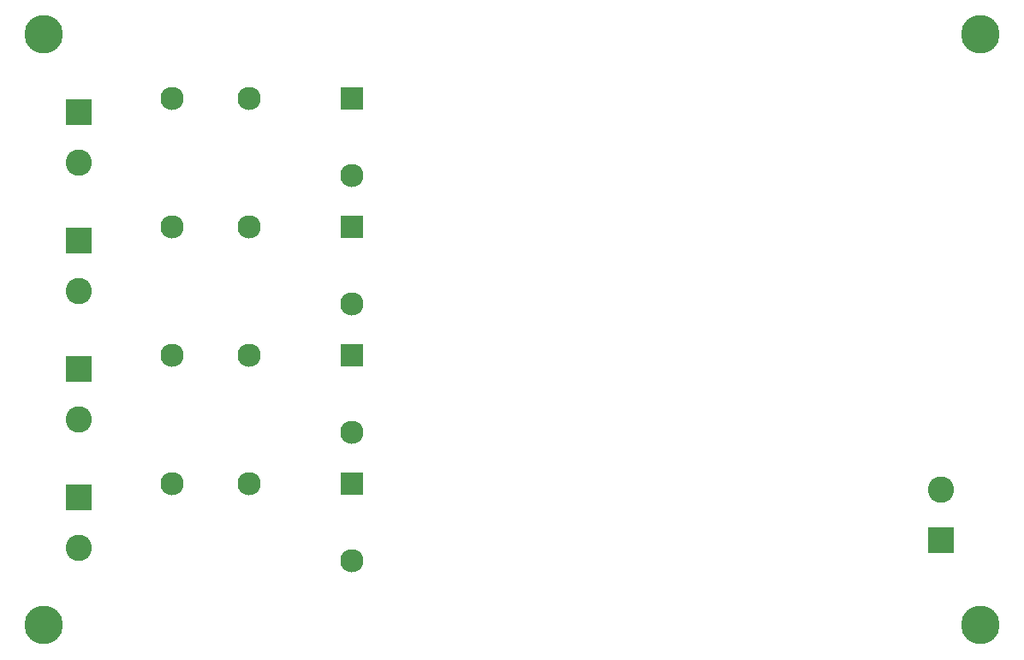
<source format=gbr>
%TF.GenerationSoftware,KiCad,Pcbnew,7.0.6*%
%TF.CreationDate,2023-08-03T00:29:09-04:00*%
%TF.ProjectId,esp32_rele_v1,65737033-325f-4726-956c-655f76312e6b,rev?*%
%TF.SameCoordinates,Original*%
%TF.FileFunction,Soldermask,Bot*%
%TF.FilePolarity,Negative*%
%FSLAX46Y46*%
G04 Gerber Fmt 4.6, Leading zero omitted, Abs format (unit mm)*
G04 Created by KiCad (PCBNEW 7.0.6) date 2023-08-03 00:29:09*
%MOMM*%
%LPD*%
G01*
G04 APERTURE LIST*
%ADD10R,2.300000X2.300000*%
%ADD11C,2.300000*%
%ADD12R,2.600000X2.600000*%
%ADD13C,2.600000*%
%ADD14C,3.800000*%
G04 APERTURE END LIST*
D10*
%TO.C,K1*%
X34275000Y-22870000D03*
D11*
X24115000Y-22870000D03*
X16495000Y-22870000D03*
X34275000Y-30490000D03*
%TD*%
D12*
%TO.C,J5*%
X7315000Y-36870000D03*
D13*
X7315000Y-41870000D03*
%TD*%
D14*
%TO.C,H2*%
X96450000Y-3810000D03*
%TD*%
%TO.C,H1*%
X3810000Y-3810000D03*
%TD*%
D12*
%TO.C,J1*%
X92505000Y-53840000D03*
D13*
X92505000Y-48840000D03*
%TD*%
D10*
%TO.C,K2*%
X34275000Y-35570000D03*
D11*
X24115000Y-35570000D03*
X16495000Y-35570000D03*
X34275000Y-43190000D03*
%TD*%
D12*
%TO.C,J8*%
X7315000Y-24170000D03*
D13*
X7315000Y-29170000D03*
%TD*%
D12*
%TO.C,J7*%
X7315000Y-11470000D03*
D13*
X7315000Y-16470000D03*
%TD*%
D10*
%TO.C,K4*%
X34275000Y-48270000D03*
D11*
X24115000Y-48270000D03*
X16495000Y-48270000D03*
X34275000Y-55890000D03*
%TD*%
D14*
%TO.C,H3*%
X96450000Y-62230000D03*
%TD*%
D10*
%TO.C,K3*%
X34290000Y-10160000D03*
D11*
X24130000Y-10160000D03*
X16510000Y-10160000D03*
X34290000Y-17780000D03*
%TD*%
D12*
%TO.C,J6*%
X7315000Y-49570000D03*
D13*
X7315000Y-54570000D03*
%TD*%
D14*
%TO.C,H4*%
X3810000Y-62230000D03*
%TD*%
M02*

</source>
